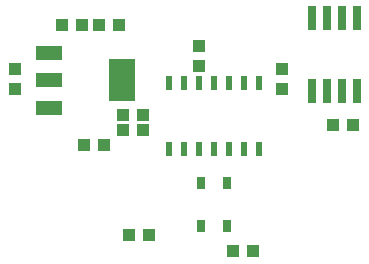
<source format=gtp>
G75*
G70*
%OFA0B0*%
%FSLAX24Y24*%
%IPPOS*%
%LPD*%
%AMOC8*
5,1,8,0,0,1.08239X$1,22.5*
%
%ADD10R,0.0236X0.0472*%
%ADD11R,0.0260X0.0800*%
%ADD12R,0.0315X0.0394*%
%ADD13R,0.0394X0.0433*%
%ADD14R,0.0433X0.0394*%
%ADD15R,0.0880X0.0480*%
%ADD16R,0.0866X0.1417*%
D10*
X006411Y004498D03*
X006911Y004498D03*
X007411Y004498D03*
X007911Y004498D03*
X008411Y004498D03*
X008911Y004498D03*
X009411Y004498D03*
X009411Y006702D03*
X008911Y006702D03*
X008411Y006702D03*
X007911Y006702D03*
X007411Y006702D03*
X006911Y006702D03*
X006411Y006702D03*
D11*
X011161Y006440D03*
X011661Y006440D03*
X012161Y006440D03*
X012661Y006440D03*
X012661Y008860D03*
X012161Y008860D03*
X011661Y008860D03*
X011161Y008860D03*
D12*
X008344Y003359D03*
X007478Y003359D03*
X007478Y001941D03*
X008344Y001941D03*
D13*
X008527Y001100D03*
X009196Y001100D03*
X011877Y005300D03*
X012546Y005300D03*
X004746Y008650D03*
X004077Y008650D03*
X003496Y008650D03*
X002827Y008650D03*
X001261Y007185D03*
X001261Y006515D03*
D14*
X003577Y004650D03*
X004246Y004650D03*
X004877Y005150D03*
X004877Y005650D03*
X005546Y005650D03*
X005546Y005150D03*
X007411Y007265D03*
X007411Y007935D03*
X010161Y007185D03*
X010161Y006515D03*
X005746Y001650D03*
X005077Y001650D03*
D15*
X002391Y005890D03*
X002391Y006800D03*
X002391Y007710D03*
D16*
X004831Y006800D03*
M02*

</source>
